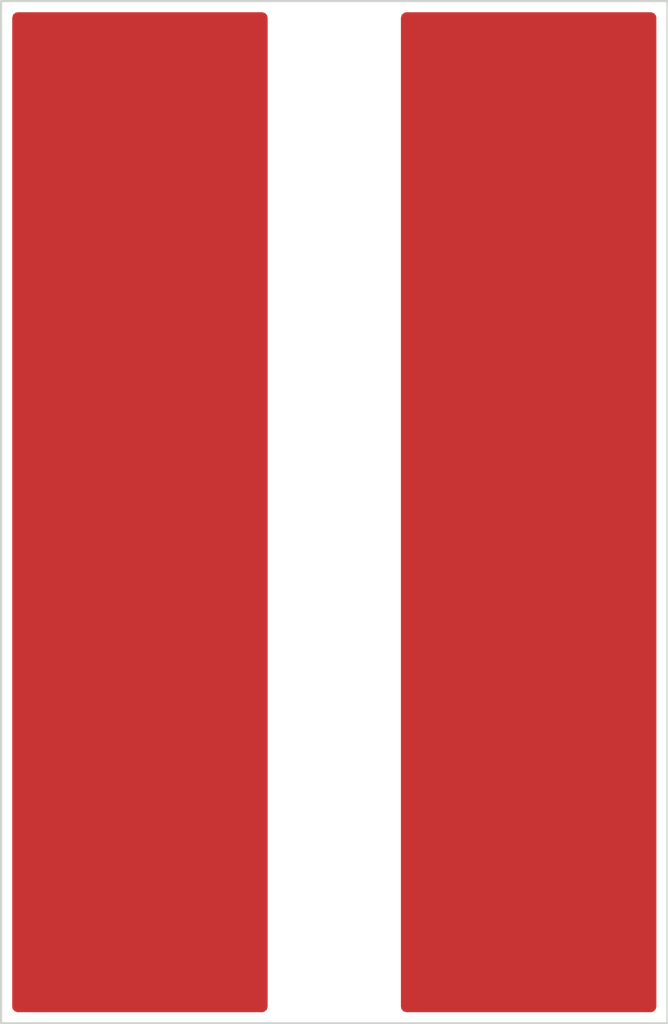
<source format=kicad_pcb>
(kicad_pcb (version 20221018) (generator pcbnew)

  (general
    (thickness 1.6)
  )

  (paper "A4")
  (layers
    (0 "F.Cu" signal)
    (31 "B.Cu" signal)
    (32 "B.Adhes" user "B.Adhesive")
    (33 "F.Adhes" user "F.Adhesive")
    (34 "B.Paste" user)
    (35 "F.Paste" user)
    (36 "B.SilkS" user "B.Silkscreen")
    (37 "F.SilkS" user "F.Silkscreen")
    (38 "B.Mask" user)
    (39 "F.Mask" user)
    (40 "Dwgs.User" user "User.Drawings")
    (41 "Cmts.User" user "User.Comments")
    (42 "Eco1.User" user "User.Eco1")
    (43 "Eco2.User" user "User.Eco2")
    (44 "Edge.Cuts" user)
    (45 "Margin" user)
    (46 "B.CrtYd" user "B.Courtyard")
    (47 "F.CrtYd" user "F.Courtyard")
    (48 "B.Fab" user)
    (49 "F.Fab" user)
    (50 "User.1" user)
    (51 "User.2" user)
    (52 "User.3" user)
    (53 "User.4" user)
    (54 "User.5" user)
    (55 "User.6" user)
    (56 "User.7" user)
    (57 "User.8" user)
    (58 "User.9" user)
  )

  (setup
    (stackup
      (layer "F.SilkS" (type "Top Silk Screen"))
      (layer "F.Paste" (type "Top Solder Paste"))
      (layer "F.Mask" (type "Top Solder Mask") (thickness 0.01))
      (layer "F.Cu" (type "copper") (thickness 0.035))
      (layer "dielectric 1" (type "core") (thickness 1.51) (material "FR4") (epsilon_r 4.5) (loss_tangent 0.02))
      (layer "B.Cu" (type "copper") (thickness 0.035))
      (layer "B.Mask" (type "Bottom Solder Mask") (thickness 0.01))
      (layer "B.Paste" (type "Bottom Solder Paste"))
      (layer "B.SilkS" (type "Bottom Silk Screen"))
      (copper_finish "None")
      (dielectric_constraints no)
    )
    (pad_to_mask_clearance 0)
    (aux_axis_origin 120 111.5)
    (grid_origin 120 111.5)
    (pcbplotparams
      (layerselection 0x00010fc_ffffffff)
      (plot_on_all_layers_selection 0x0000000_00000000)
      (disableapertmacros false)
      (usegerberextensions false)
      (usegerberattributes true)
      (usegerberadvancedattributes true)
      (creategerberjobfile true)
      (dashed_line_dash_ratio 12.000000)
      (dashed_line_gap_ratio 3.000000)
      (svgprecision 4)
      (plotframeref false)
      (viasonmask false)
      (mode 1)
      (useauxorigin true)
      (hpglpennumber 1)
      (hpglpenspeed 20)
      (hpglpendiameter 15.000000)
      (dxfpolygonmode true)
      (dxfimperialunits true)
      (dxfusepcbnewfont true)
      (psnegative false)
      (psa4output false)
      (plotreference true)
      (plotvalue true)
      (plotinvisibletext false)
      (sketchpadsonfab false)
      (subtractmaskfromsilk false)
      (outputformat 1)
      (mirror false)
      (drillshape 0)
      (scaleselection 1)
      (outputdirectory "Gerber/")
    )
  )

  (net 0 "")

  (gr_rect (start 120 88.5) (end 135 111.5)
    (stroke (width 0.05) (type default)) (fill none) (layer "Edge.Cuts") (tstamp 457146ec-1c8e-480b-8640-fff229c7ba06))

  (zone (net 0) (net_name "") (layer "F.Cu") (tstamp 366c2cc6-0573-47df-a8fa-2077e69e5ddd) (hatch edge 0.5)
    (connect_pads (clearance 0.5))
    (min_thickness 0.25) (filled_areas_thickness no)
    (fill yes (thermal_gap 0.5) (thermal_bridge_width 0.5) (island_removal_mode 1) (island_area_min 10))
    (polygon
      (pts
        (xy 129 88.75)
        (xy 134.75 88.75)
        (xy 134.75 111.25)
        (xy 129 111.25)
      )
    )
    (filled_polygon
      (layer "F.Cu")
      (island)
      (pts
        (xy 134.693039 88.769685)
        (xy 134.738794 88.822489)
        (xy 134.75 88.874)
        (xy 134.75 111.126)
        (xy 134.730315 111.193039)
        (xy 134.677511 111.238794)
        (xy 134.626 111.25)
        (xy 129.124 111.25)
        (xy 129.056961 111.230315)
        (xy 129.011206 111.177511)
        (xy 129 111.126)
        (xy 129 88.874)
        (xy 129.019685 88.806961)
        (xy 129.072489 88.761206)
        (xy 129.124 88.75)
        (xy 134.626 88.75)
      )
    )
  )
  (zone (net 0) (net_name "") (layer "F.Cu") (tstamp ab573ee2-efec-47a9-92ec-d1a49f764311) (hatch edge 0.5)
    (connect_pads (clearance 0.5))
    (min_thickness 0.25) (filled_areas_thickness no)
    (fill yes (thermal_gap 0.5) (thermal_bridge_width 0.5) (island_removal_mode 1) (island_area_min 10))
    (polygon
      (pts
        (xy 120.25 88.75)
        (xy 126 88.75)
        (xy 126 111.25)
        (xy 120.25 111.25)
      )
    )
    (filled_polygon
      (layer "F.Cu")
      (island)
      (pts
        (xy 125.943039 88.769685)
        (xy 125.988794 88.822489)
        (xy 126 88.874)
        (xy 126 111.126)
        (xy 125.980315 111.193039)
        (xy 125.927511 111.238794)
        (xy 125.876 111.25)
        (xy 120.374 111.25)
        (xy 120.306961 111.230315)
        (xy 120.261206 111.177511)
        (xy 120.25 111.126)
        (xy 120.25 88.874)
        (xy 120.269685 88.806961)
        (xy 120.322489 88.761206)
        (xy 120.374 88.75)
        (xy 125.876 88.75)
      )
    )
  )
)

</source>
